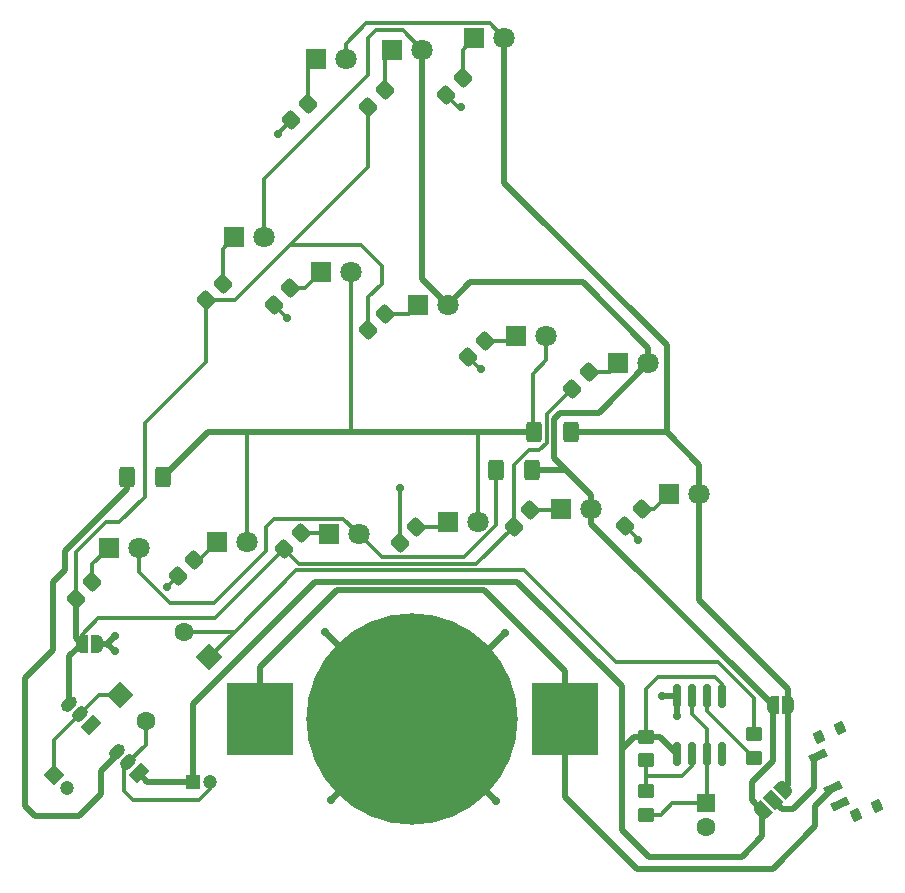
<source format=gbl>
G04 #@! TF.GenerationSoftware,KiCad,Pcbnew,7.0.9*
G04 #@! TF.CreationDate,2023-11-12T20:37:04+01:00*
G04 #@! TF.ProjectId,christmas_ornament_2023,63687269-7374-46d6-9173-5f6f726e616d,1.0*
G04 #@! TF.SameCoordinates,Original*
G04 #@! TF.FileFunction,Copper,L2,Bot*
G04 #@! TF.FilePolarity,Positive*
%FSLAX46Y46*%
G04 Gerber Fmt 4.6, Leading zero omitted, Abs format (unit mm)*
G04 Created by KiCad (PCBNEW 7.0.9) date 2023-11-12 20:37:04*
%MOMM*%
%LPD*%
G01*
G04 APERTURE LIST*
G04 Aperture macros list*
%AMRoundRect*
0 Rectangle with rounded corners*
0 $1 Rounding radius*
0 $2 $3 $4 $5 $6 $7 $8 $9 X,Y pos of 4 corners*
0 Add a 4 corners polygon primitive as box body*
4,1,4,$2,$3,$4,$5,$6,$7,$8,$9,$2,$3,0*
0 Add four circle primitives for the rounded corners*
1,1,$1+$1,$2,$3*
1,1,$1+$1,$4,$5*
1,1,$1+$1,$6,$7*
1,1,$1+$1,$8,$9*
0 Add four rect primitives between the rounded corners*
20,1,$1+$1,$2,$3,$4,$5,0*
20,1,$1+$1,$4,$5,$6,$7,0*
20,1,$1+$1,$6,$7,$8,$9,0*
20,1,$1+$1,$8,$9,$2,$3,0*%
%AMHorizOval*
0 Thick line with rounded ends*
0 $1 width*
0 $2 $3 position (X,Y) of the first rounded end (center of the circle)*
0 $4 $5 position (X,Y) of the second rounded end (center of the circle)*
0 Add line between two ends*
20,1,$1,$2,$3,$4,$5,0*
0 Add two circle primitives to create the rounded ends*
1,1,$1,$2,$3*
1,1,$1,$4,$5*%
%AMRotRect*
0 Rectangle, with rotation*
0 The origin of the aperture is its center*
0 $1 length*
0 $2 width*
0 $3 Rotation angle, in degrees counterclockwise*
0 Add horizontal line*
21,1,$1,$2,0,0,$3*%
%AMFreePoly0*
4,1,19,0.500000,-0.750000,0.000000,-0.750000,0.000000,-0.744911,-0.071157,-0.744911,-0.207708,-0.704816,-0.327430,-0.627875,-0.420627,-0.520320,-0.479746,-0.390866,-0.500000,-0.250000,-0.500000,0.250000,-0.479746,0.390866,-0.420627,0.520320,-0.327430,0.627875,-0.207708,0.704816,-0.071157,0.744911,0.000000,0.744911,0.000000,0.750000,0.500000,0.750000,0.500000,-0.750000,0.500000,-0.750000,
$1*%
%AMFreePoly1*
4,1,19,0.000000,0.744911,0.071157,0.744911,0.207708,0.704816,0.327430,0.627875,0.420627,0.520320,0.479746,0.390866,0.500000,0.250000,0.500000,-0.250000,0.479746,-0.390866,0.420627,-0.520320,0.327430,-0.627875,0.207708,-0.704816,0.071157,-0.744911,0.000000,-0.744911,0.000000,-0.750000,-0.500000,-0.750000,-0.500000,0.750000,0.000000,0.750000,0.000000,0.744911,0.000000,0.744911,
$1*%
%AMFreePoly2*
4,1,19,0.550000,-0.750000,0.000000,-0.750000,0.000000,-0.744912,-0.071157,-0.744911,-0.207708,-0.704816,-0.327430,-0.627875,-0.420627,-0.520320,-0.479746,-0.390866,-0.500000,-0.250000,-0.500000,0.250000,-0.479746,0.390866,-0.420627,0.520320,-0.327430,0.627875,-0.207708,0.704816,-0.071157,0.744911,0.000000,0.744912,0.000000,0.750000,0.550000,0.750000,0.550000,-0.750000,0.550000,-0.750000,
$1*%
%AMFreePoly3*
4,1,19,0.000000,0.744912,0.071157,0.744911,0.207708,0.704816,0.327430,0.627875,0.420627,0.520320,0.479746,0.390866,0.500000,0.250000,0.500000,-0.250000,0.479746,-0.390866,0.420627,-0.520320,0.327430,-0.627875,0.207708,-0.704816,0.071157,-0.744911,0.000000,-0.744912,0.000000,-0.750000,-0.550000,-0.750000,-0.550000,0.750000,0.000000,0.750000,0.000000,0.744912,0.000000,0.744912,
$1*%
G04 Aperture macros list end*
G04 #@! TA.AperFunction,ComponentPad*
%ADD10R,1.800000X1.800000*%
G04 #@! TD*
G04 #@! TA.AperFunction,ComponentPad*
%ADD11C,1.800000*%
G04 #@! TD*
G04 #@! TA.AperFunction,ComponentPad*
%ADD12RotRect,1.050000X1.500000X135.000000*%
G04 #@! TD*
G04 #@! TA.AperFunction,ComponentPad*
%ADD13HorizOval,1.050000X0.159099X0.159099X-0.159099X-0.159099X0*%
G04 #@! TD*
G04 #@! TA.AperFunction,ComponentPad*
%ADD14RotRect,1.600000X1.600000X45.000000*%
G04 #@! TD*
G04 #@! TA.AperFunction,ComponentPad*
%ADD15HorizOval,1.600000X0.000000X0.000000X0.000000X0.000000X0*%
G04 #@! TD*
G04 #@! TA.AperFunction,ComponentPad*
%ADD16RotRect,1.600000X1.600000X225.000000*%
G04 #@! TD*
G04 #@! TA.AperFunction,ComponentPad*
%ADD17HorizOval,1.600000X0.000000X0.000000X0.000000X0.000000X0*%
G04 #@! TD*
G04 #@! TA.AperFunction,ComponentPad*
%ADD18R,1.200000X1.200000*%
G04 #@! TD*
G04 #@! TA.AperFunction,ComponentPad*
%ADD19C,1.200000*%
G04 #@! TD*
G04 #@! TA.AperFunction,ComponentPad*
%ADD20RotRect,1.200000X1.200000X315.000000*%
G04 #@! TD*
G04 #@! TA.AperFunction,ComponentPad*
%ADD21R,1.600000X1.600000*%
G04 #@! TD*
G04 #@! TA.AperFunction,ComponentPad*
%ADD22C,1.600000*%
G04 #@! TD*
G04 #@! TA.AperFunction,SMDPad,CuDef*
%ADD23RoundRect,0.250000X-0.070711X0.565685X-0.565685X0.070711X0.070711X-0.565685X0.565685X-0.070711X0*%
G04 #@! TD*
G04 #@! TA.AperFunction,SMDPad,CuDef*
%ADD24RoundRect,0.250000X0.450000X-0.350000X0.450000X0.350000X-0.450000X0.350000X-0.450000X-0.350000X0*%
G04 #@! TD*
G04 #@! TA.AperFunction,SMDPad,CuDef*
%ADD25FreePoly0,180.000000*%
G04 #@! TD*
G04 #@! TA.AperFunction,SMDPad,CuDef*
%ADD26FreePoly1,180.000000*%
G04 #@! TD*
G04 #@! TA.AperFunction,SMDPad,CuDef*
%ADD27FreePoly0,0.000000*%
G04 #@! TD*
G04 #@! TA.AperFunction,SMDPad,CuDef*
%ADD28FreePoly1,0.000000*%
G04 #@! TD*
G04 #@! TA.AperFunction,SMDPad,CuDef*
%ADD29RoundRect,0.250000X-0.450000X0.350000X-0.450000X-0.350000X0.450000X-0.350000X0.450000X0.350000X0*%
G04 #@! TD*
G04 #@! TA.AperFunction,SMDPad,CuDef*
%ADD30FreePoly2,45.000000*%
G04 #@! TD*
G04 #@! TA.AperFunction,SMDPad,CuDef*
%ADD31RotRect,1.000000X1.500000X45.000000*%
G04 #@! TD*
G04 #@! TA.AperFunction,SMDPad,CuDef*
%ADD32FreePoly3,45.000000*%
G04 #@! TD*
G04 #@! TA.AperFunction,SMDPad,CuDef*
%ADD33RoundRect,0.250000X-0.400000X-0.625000X0.400000X-0.625000X0.400000X0.625000X-0.400000X0.625000X0*%
G04 #@! TD*
G04 #@! TA.AperFunction,SMDPad,CuDef*
%ADD34C,17.900000*%
G04 #@! TD*
G04 #@! TA.AperFunction,SMDPad,CuDef*
%ADD35R,5.700000X6.100000*%
G04 #@! TD*
G04 #@! TA.AperFunction,SMDPad,CuDef*
%ADD36RotRect,0.700000X1.500000X295.000000*%
G04 #@! TD*
G04 #@! TA.AperFunction,SMDPad,CuDef*
%ADD37RotRect,1.000000X0.800000X295.000000*%
G04 #@! TD*
G04 #@! TA.AperFunction,SMDPad,CuDef*
%ADD38RoundRect,0.150000X-0.150000X0.825000X-0.150000X-0.825000X0.150000X-0.825000X0.150000X0.825000X0*%
G04 #@! TD*
G04 #@! TA.AperFunction,ViaPad*
%ADD39C,0.700000*%
G04 #@! TD*
G04 #@! TA.AperFunction,Conductor*
%ADD40C,0.500000*%
G04 #@! TD*
G04 #@! TA.AperFunction,Conductor*
%ADD41C,0.300000*%
G04 #@! TD*
G04 APERTURE END LIST*
D10*
X95504000Y-100457000D03*
D11*
X98044000Y-100457000D03*
D10*
X97785000Y-59436000D03*
D11*
X100325000Y-59436000D03*
D10*
X90805000Y-60452000D03*
D11*
X93345000Y-60452000D03*
D12*
X65278000Y-117602000D03*
D13*
X64379974Y-116703974D03*
X63481949Y-115805949D03*
D10*
X92964000Y-82042000D03*
D11*
X95504000Y-82042000D03*
D10*
X114295000Y-98044000D03*
D11*
X116835000Y-98044000D03*
D12*
X69342000Y-121684051D03*
D13*
X68443974Y-120786025D03*
X67545949Y-119888000D03*
D10*
X85471000Y-101473000D03*
D11*
X88011000Y-101473000D03*
D10*
X77465000Y-76327000D03*
D11*
X80005000Y-76327000D03*
D10*
X105151000Y-99314000D03*
D11*
X107691000Y-99314000D03*
D14*
X67763846Y-115116154D03*
D15*
X73152000Y-109728000D03*
D16*
X75338077Y-111859924D03*
D17*
X69949923Y-117248078D03*
D10*
X66802000Y-102616000D03*
D11*
X69342000Y-102616000D03*
D18*
X73914000Y-122428000D03*
D19*
X75414000Y-122428000D03*
D10*
X101341000Y-84709000D03*
D11*
X103881000Y-84709000D03*
D10*
X75946000Y-102108000D03*
D11*
X78486000Y-102108000D03*
D10*
X109977000Y-86995000D03*
D11*
X112517000Y-86995000D03*
D10*
X84328000Y-61214000D03*
D11*
X86868000Y-61214000D03*
D20*
X62185340Y-121875340D03*
D19*
X63246000Y-122936000D03*
D10*
X84831000Y-79248000D03*
D11*
X87371000Y-79248000D03*
D21*
X117348000Y-124238000D03*
D22*
X117348000Y-126238000D03*
D23*
X102506214Y-99423786D03*
X101092000Y-100838000D03*
D24*
X121412000Y-120396000D03*
X121412000Y-118396000D03*
D23*
X74058214Y-103614786D03*
X72644000Y-105029000D03*
D25*
X124348000Y-115951000D03*
D26*
X123048000Y-115951000D03*
D23*
X83693000Y-65024000D03*
X82278786Y-66438214D03*
X98679000Y-85090000D03*
X97264786Y-86504214D03*
X76471214Y-80246786D03*
X75057000Y-81661000D03*
X65422214Y-105519786D03*
X64008000Y-106934000D03*
D27*
X64515999Y-110744000D03*
D28*
X65815999Y-110744000D03*
D29*
X112268000Y-123206000D03*
X112268000Y-125206000D03*
D23*
X90187214Y-63863786D03*
X88773000Y-65278000D03*
D30*
X122143761Y-124871239D03*
D31*
X123063000Y-123952000D03*
D32*
X123982239Y-123032761D03*
D23*
X96791214Y-62847786D03*
X95377000Y-64262000D03*
D33*
X102818000Y-92837000D03*
X105918000Y-92837000D03*
D23*
X92854214Y-100820786D03*
X91440000Y-102235000D03*
D34*
X92510000Y-117094000D03*
D35*
X105410000Y-117094000D03*
X79610000Y-117094000D03*
D36*
X126871926Y-120260192D03*
X128139781Y-122979116D03*
X128773708Y-124338577D03*
D37*
X126991712Y-118659606D03*
X128740886Y-117843953D03*
X131826000Y-124460000D03*
X130076826Y-125275653D03*
D23*
X90187214Y-82786786D03*
X88773000Y-84201000D03*
X82186214Y-80627786D03*
X80772000Y-82042000D03*
X111959107Y-99368893D03*
X110544893Y-100783107D03*
D33*
X68326000Y-96647000D03*
X71426000Y-96647000D03*
D23*
X83075214Y-101328786D03*
X81661000Y-102743000D03*
D38*
X114935000Y-115127000D03*
X116205000Y-115127000D03*
X117475000Y-115127000D03*
X118745000Y-115127000D03*
X118745000Y-120077000D03*
X117475000Y-120077000D03*
X116205000Y-120077000D03*
X114935000Y-120077000D03*
D23*
X107459214Y-87739786D03*
X106045000Y-89154000D03*
D33*
X99568000Y-96012000D03*
X102668000Y-96012000D03*
D29*
X112268000Y-118618000D03*
X112268000Y-120618000D03*
D39*
X67310000Y-110109000D03*
X98298000Y-87503000D03*
X113665000Y-115189000D03*
X81153000Y-67564000D03*
X99568000Y-124079000D03*
X67310000Y-111379000D03*
X91440000Y-97536000D03*
X96647000Y-65278000D03*
X85144000Y-109728000D03*
X100330000Y-109855000D03*
X111633000Y-101981000D03*
X114935000Y-116840000D03*
X85625000Y-123979000D03*
X81915000Y-83185000D03*
X71755000Y-105918000D03*
D40*
X85144000Y-109728000D02*
X92510000Y-117094000D01*
D41*
X98298000Y-87503000D02*
X98263572Y-87503000D01*
D40*
X113665000Y-115189000D02*
X114873000Y-115189000D01*
X92583000Y-117094000D02*
X92510000Y-117094000D01*
D41*
X81153000Y-67564000D02*
X82278786Y-66438214D01*
X96647000Y-65278000D02*
X96393000Y-65278000D01*
D40*
X65815999Y-110744000D02*
X66675000Y-110744000D01*
D41*
X98263572Y-87503000D02*
X97264786Y-86504214D01*
X91440000Y-97536000D02*
X91440000Y-97790000D01*
D40*
X114873000Y-115189000D02*
X114935000Y-115127000D01*
X93091000Y-117094000D02*
X92510000Y-117094000D01*
X85625000Y-123979000D02*
X92510000Y-117094000D01*
X66675000Y-110744000D02*
X67310000Y-111379000D01*
D41*
X81915000Y-83185000D02*
X80772000Y-82042000D01*
X96393000Y-65278000D02*
X95377000Y-64262000D01*
D40*
X100330000Y-109855000D02*
X93091000Y-117094000D01*
D41*
X111633000Y-101871214D02*
X110544893Y-100783107D01*
D40*
X114935000Y-116840000D02*
X114935000Y-115127000D01*
D41*
X111633000Y-101981000D02*
X111633000Y-101871214D01*
X91440000Y-97790000D02*
X91440000Y-102235000D01*
D40*
X99568000Y-124079000D02*
X92583000Y-117094000D01*
D41*
X71755000Y-105918000D02*
X72644000Y-105029000D01*
D40*
X66675000Y-110744000D02*
X67310000Y-110109000D01*
X128139781Y-122979116D02*
X126619000Y-124499897D01*
X111506000Y-129794000D02*
X105410000Y-123698000D01*
X105410000Y-123698000D02*
X105410000Y-117094000D01*
X98552000Y-106172000D02*
X105410000Y-113030000D01*
X123033152Y-129794000D02*
X111506000Y-129794000D01*
X126619000Y-124499897D02*
X126619000Y-126208152D01*
X79610000Y-117094000D02*
X79610000Y-112668000D01*
X79610000Y-112668000D02*
X86106000Y-106172000D01*
X86106000Y-106172000D02*
X98552000Y-106172000D01*
X126619000Y-126208152D02*
X123033152Y-129794000D01*
X105410000Y-113030000D02*
X105410000Y-117094000D01*
D41*
X116205000Y-116713000D02*
X117475000Y-117983000D01*
X117475000Y-120077000D02*
X117475000Y-124111000D01*
X114522000Y-124238000D02*
X113554000Y-125206000D01*
X117475000Y-117983000D02*
X117475000Y-120077000D01*
X116205000Y-115127000D02*
X116205000Y-116713000D01*
X117348000Y-124238000D02*
X114522000Y-124238000D01*
X117475000Y-120077000D02*
X117602000Y-120204000D01*
X117602000Y-120204000D02*
X117602000Y-120396000D01*
X117475000Y-124111000D02*
X117348000Y-124238000D01*
X113554000Y-125206000D02*
X112268000Y-125206000D01*
X73152000Y-109728000D02*
X77470001Y-109728000D01*
X118364000Y-112268000D02*
X121412000Y-115316000D01*
X77470001Y-109728000D02*
X82677001Y-104521000D01*
X109728000Y-112268000D02*
X118364000Y-112268000D01*
X121412000Y-115316000D02*
X121412000Y-118396000D01*
X75338077Y-111859924D02*
X77470001Y-109728000D01*
X82677001Y-104521000D02*
X101981000Y-104521000D01*
X101981000Y-104521000D02*
X109728000Y-112268000D01*
X68834000Y-123952000D02*
X74490000Y-123952000D01*
X68090439Y-121139560D02*
X68090439Y-123208439D01*
X68090439Y-123208439D02*
X68834000Y-123952000D01*
X74490000Y-123952000D02*
X75414000Y-123028000D01*
X75414000Y-123028000D02*
X75414000Y-122428000D01*
X68443974Y-120786025D02*
X68090439Y-121139560D01*
X69949923Y-117248078D02*
X69949923Y-119280076D01*
X69949923Y-119280076D02*
X68443974Y-120786025D01*
X62185340Y-121875340D02*
X62185340Y-118898608D01*
X65967794Y-115116154D02*
X64379974Y-116703974D01*
X67763846Y-115116154D02*
X65967794Y-115116154D01*
X62185340Y-118898608D02*
X64379974Y-116703974D01*
X83693000Y-65024000D02*
X83693000Y-61849000D01*
X83693000Y-61849000D02*
X84328000Y-61214000D01*
X98044000Y-100457000D02*
X98044000Y-92964000D01*
D40*
X78486000Y-92837000D02*
X87376000Y-92837000D01*
X97917000Y-92837000D02*
X102818000Y-92837000D01*
D41*
X86868000Y-59941208D02*
X88623208Y-58186000D01*
D40*
X123982239Y-123032761D02*
X124348000Y-122667000D01*
X71426000Y-96647000D02*
X75236000Y-92837000D01*
D41*
X78486000Y-102108000D02*
X78486000Y-92837000D01*
D40*
X114046000Y-85471000D02*
X100325000Y-71750000D01*
X75236000Y-92837000D02*
X78486000Y-92837000D01*
D41*
X87371000Y-79248000D02*
X87371000Y-92832000D01*
D40*
X116835000Y-95626000D02*
X116835000Y-98044000D01*
X114046000Y-92837000D02*
X114046000Y-85471000D01*
D41*
X88623208Y-58186000D02*
X99075000Y-58186000D01*
X102743000Y-92762000D02*
X102743000Y-87884000D01*
X103881000Y-86746000D02*
X103881000Y-84709000D01*
D40*
X124348000Y-115951000D02*
X124348000Y-114569000D01*
D41*
X98044000Y-92964000D02*
X97917000Y-92837000D01*
X102743000Y-87884000D02*
X103881000Y-86746000D01*
D40*
X100325000Y-71750000D02*
X100325000Y-59436000D01*
X87376000Y-92837000D02*
X97917000Y-92837000D01*
D41*
X102818000Y-92837000D02*
X102743000Y-92762000D01*
D40*
X124348000Y-122667000D02*
X124348000Y-115951000D01*
D41*
X99075000Y-58186000D02*
X100325000Y-59436000D01*
D40*
X124348000Y-114569000D02*
X116835000Y-107056000D01*
D41*
X86868000Y-61214000D02*
X86868000Y-59941208D01*
D40*
X116835000Y-107056000D02*
X116835000Y-98044000D01*
D41*
X87371000Y-92832000D02*
X87376000Y-92837000D01*
D40*
X114046000Y-92837000D02*
X116835000Y-95626000D01*
X105918000Y-92837000D02*
X114046000Y-92837000D01*
D41*
X96791214Y-60429786D02*
X97785000Y-59436000D01*
X96791214Y-62847786D02*
X96791214Y-60429786D01*
X82186214Y-80627786D02*
X83451214Y-80627786D01*
X83451214Y-80627786D02*
X84831000Y-79248000D01*
X98679000Y-85090000D02*
X100960000Y-85090000D01*
X100960000Y-85090000D02*
X101341000Y-84709000D01*
X112970107Y-99368893D02*
X114295000Y-98044000D01*
X111959107Y-99368893D02*
X112970107Y-99368893D01*
X92854214Y-100820786D02*
X95140214Y-100820786D01*
X95140214Y-100820786D02*
X95504000Y-100457000D01*
X74058214Y-103614786D02*
X74439214Y-103614786D01*
X74439214Y-103614786D02*
X75946000Y-102108000D01*
X90187214Y-61069786D02*
X90805000Y-60452000D01*
X90187214Y-63863786D02*
X90187214Y-61069786D01*
D40*
X122143761Y-127030239D02*
X122143761Y-124871239D01*
D41*
X88773000Y-62611000D02*
X88773000Y-59436000D01*
D40*
X101408000Y-105472000D02*
X110236000Y-114300000D01*
D41*
X118745000Y-115127000D02*
X118745000Y-114152000D01*
D40*
X120396000Y-128778000D02*
X112522000Y-128778000D01*
X107691000Y-98171000D02*
X107691000Y-99314000D01*
X106934000Y-80137000D02*
X97409000Y-80137000D01*
D41*
X118131000Y-113538000D02*
X113284000Y-113538000D01*
X91694000Y-58801000D02*
X93345000Y-60452000D01*
D40*
X110236000Y-119634000D02*
X111252000Y-118618000D01*
X110236000Y-126492000D02*
X110236000Y-119634000D01*
X73914000Y-122428000D02*
X70085949Y-122428000D01*
X104521000Y-95001000D02*
X107691000Y-98171000D01*
X108326000Y-91186000D02*
X105029000Y-91186000D01*
X120396000Y-128778000D02*
X122143761Y-127030239D01*
X73914000Y-122428000D02*
X73914000Y-115824000D01*
X113476000Y-118618000D02*
X114935000Y-120077000D01*
X73914000Y-115824000D02*
X84266000Y-105472000D01*
D41*
X113284000Y-113538000D02*
X112268000Y-114554000D01*
D40*
X112268000Y-118618000D02*
X113476000Y-118618000D01*
D41*
X118745000Y-114152000D02*
X118131000Y-113538000D01*
D40*
X112517000Y-86995000D02*
X112517000Y-85720000D01*
X95504000Y-82042000D02*
X93345000Y-79883000D01*
X112517000Y-85720000D02*
X106934000Y-80137000D01*
X84266000Y-105472000D02*
X101408000Y-105472000D01*
X121285000Y-122428000D02*
X123048000Y-120665000D01*
X112517000Y-86995000D02*
X108326000Y-91186000D01*
X70085949Y-122428000D02*
X69342000Y-121684051D01*
X112522000Y-128778000D02*
X110236000Y-126492000D01*
X111252000Y-118618000D02*
X112268000Y-118618000D01*
X97409000Y-80137000D02*
X95504000Y-82042000D01*
X121285000Y-124012478D02*
X121285000Y-122428000D01*
X107691000Y-100594000D02*
X107691000Y-99314000D01*
D41*
X88773000Y-59436000D02*
X89408000Y-58801000D01*
D40*
X105029000Y-91186000D02*
X104521000Y-91694000D01*
X110236000Y-114300000D02*
X110236000Y-119634000D01*
X93345000Y-79883000D02*
X93345000Y-60452000D01*
X102668000Y-96012000D02*
X105532000Y-96012000D01*
D41*
X89408000Y-58801000D02*
X91694000Y-58801000D01*
X80005000Y-71379000D02*
X88773000Y-62611000D01*
D40*
X123048000Y-115951000D02*
X107691000Y-100594000D01*
X123048000Y-120665000D02*
X123048000Y-115951000D01*
X122143761Y-124871239D02*
X121285000Y-124012478D01*
D41*
X112268000Y-114554000D02*
X112268000Y-118618000D01*
D40*
X104521000Y-91694000D02*
X104521000Y-95001000D01*
D41*
X80005000Y-76327000D02*
X80005000Y-71379000D01*
X76471214Y-77320786D02*
X77465000Y-76327000D01*
X76471214Y-80246786D02*
X76471214Y-77320786D01*
X92219214Y-82786786D02*
X92964000Y-82042000D01*
X90187214Y-82786786D02*
X92219214Y-82786786D01*
X107459214Y-87739786D02*
X109232214Y-87739786D01*
X109232214Y-87739786D02*
X109977000Y-86995000D01*
X102506214Y-99423786D02*
X105041214Y-99423786D01*
X105041214Y-99423786D02*
X105151000Y-99314000D01*
X83075214Y-101328786D02*
X85326786Y-101328786D01*
X85326786Y-101328786D02*
X85471000Y-101473000D01*
X65422214Y-103995786D02*
X66802000Y-102616000D01*
X65422214Y-105519786D02*
X65422214Y-103995786D01*
D40*
X126871926Y-120260192D02*
X126492000Y-120640118D01*
X126492000Y-120640118D02*
X126492000Y-122936000D01*
X126492000Y-122936000D02*
X124714000Y-124714000D01*
X124714000Y-124714000D02*
X123825000Y-124714000D01*
X123825000Y-124714000D02*
X123063000Y-123952000D01*
D41*
X81661000Y-102743000D02*
X75826000Y-108578000D01*
X64008000Y-102997000D02*
X64008000Y-106934000D01*
D40*
X64008000Y-110236001D02*
X64515999Y-110744000D01*
D41*
X81724500Y-77406500D02*
X77470000Y-81661000D01*
X88773000Y-81407000D02*
X89916000Y-80264000D01*
X101092000Y-100838000D02*
X97917000Y-104013000D01*
X102362000Y-94361000D02*
X101092000Y-95631000D01*
X89916000Y-78740000D02*
X88138000Y-76962000D01*
X88773000Y-65278000D02*
X88773000Y-70358000D01*
X69850000Y-92075000D02*
X69850000Y-98298000D01*
X88773000Y-84201000D02*
X88773000Y-81407000D01*
X75057000Y-86868000D02*
X69850000Y-92075000D01*
X75826000Y-108578000D02*
X65931999Y-108578000D01*
X65931999Y-108578000D02*
X64515999Y-109994000D01*
X88138000Y-76962000D02*
X82169000Y-76962000D01*
X103251000Y-94361000D02*
X102362000Y-94361000D01*
X101092000Y-95631000D02*
X101092000Y-100838000D01*
X89916000Y-80264000D02*
X89916000Y-78740000D01*
X66548000Y-100457000D02*
X64008000Y-102997000D01*
X82931000Y-104013000D02*
X81661000Y-102743000D01*
D40*
X64008000Y-106934000D02*
X64008000Y-110236001D01*
D41*
X88773000Y-70358000D02*
X81724500Y-77406500D01*
X67691000Y-100457000D02*
X66548000Y-100457000D01*
X82169000Y-76962000D02*
X81724500Y-77406500D01*
X106045000Y-89154000D02*
X103886000Y-91313000D01*
X103886000Y-91313000D02*
X103886000Y-93726000D01*
X64515999Y-109994000D02*
X64515999Y-110744000D01*
X75057000Y-81661000D02*
X75057000Y-86868000D01*
X103886000Y-93726000D02*
X103251000Y-94361000D01*
D40*
X63481949Y-111778050D02*
X64515999Y-110744000D01*
D41*
X75057000Y-81661000D02*
X77470000Y-81661000D01*
X97917000Y-104013000D02*
X82931000Y-104013000D01*
X69850000Y-98298000D02*
X67691000Y-100457000D01*
D40*
X63481949Y-115805949D02*
X63481949Y-111778050D01*
D41*
X112268000Y-121920000D02*
X112268000Y-123206000D01*
X115337000Y-121920000D02*
X112268000Y-121920000D01*
X116205000Y-120077000D02*
X116205000Y-121052000D01*
X116205000Y-121052000D02*
X115337000Y-121920000D01*
X112268000Y-120618000D02*
X112268000Y-121920000D01*
X117475000Y-116459000D02*
X121412000Y-120396000D01*
X117475000Y-115127000D02*
X117475000Y-116459000D01*
X99568000Y-100700767D02*
X99568000Y-96012000D01*
X88011000Y-101473000D02*
X86696203Y-100158203D01*
X88011000Y-101473000D02*
X89943583Y-103405583D01*
X96863183Y-103405583D02*
X99568000Y-100700767D01*
X80137000Y-100838000D02*
X80137000Y-102870000D01*
X72009000Y-107315000D02*
X69342000Y-104648000D01*
X75692000Y-107315000D02*
X72009000Y-107315000D01*
X69342000Y-104648000D02*
X69342000Y-102616000D01*
X86696203Y-100158203D02*
X80816797Y-100158203D01*
X80137000Y-102870000D02*
X75692000Y-107315000D01*
X89943583Y-103405583D02*
X96863183Y-103405583D01*
X80816797Y-100158203D02*
X80137000Y-100838000D01*
D40*
X66167000Y-121539000D02*
X67545949Y-120160051D01*
X67545949Y-120160051D02*
X67545949Y-119888000D01*
X59690000Y-124460000D02*
X60579000Y-125349000D01*
X59690000Y-113665000D02*
X59690000Y-124460000D01*
X68326000Y-97663000D02*
X63119000Y-102870000D01*
X62103000Y-105537000D02*
X62103000Y-111252000D01*
X60579000Y-125349000D02*
X64262000Y-125349000D01*
X68326000Y-96647000D02*
X68326000Y-97663000D01*
X64262000Y-125349000D02*
X66167000Y-123444000D01*
X63119000Y-104521000D02*
X62103000Y-105537000D01*
X63119000Y-102870000D02*
X63119000Y-104521000D01*
X62103000Y-111252000D02*
X59690000Y-113665000D01*
X66167000Y-123444000D02*
X66167000Y-121539000D01*
M02*

</source>
